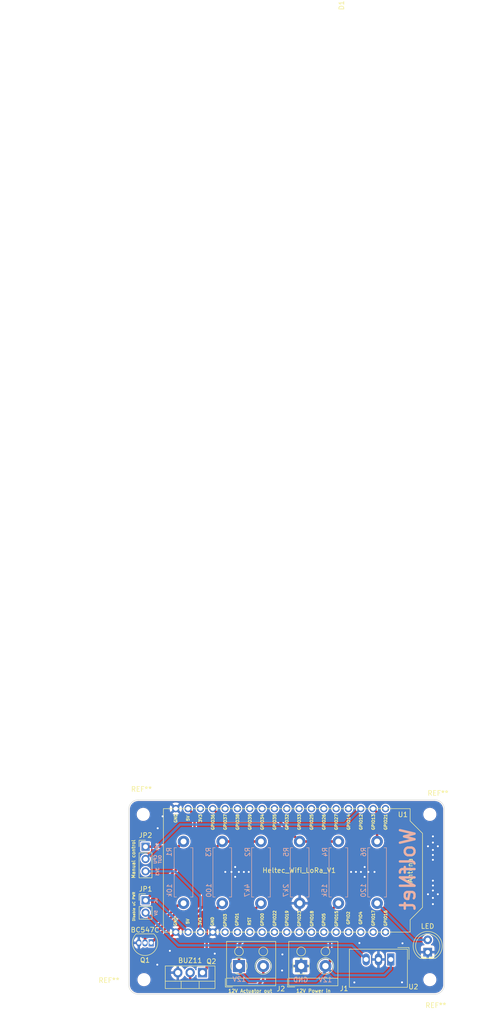
<source format=kicad_pcb>
(kicad_pcb (version 20211014) (generator pcbnew)
  (title_block (title "Actuator WolfNet") (date "2023-03-22") (rev "v2") (company "ComNets, Uni Bremen, Eenesh Chavan"))
  (layers (0 "F.Cu" signal) (31 "B.Cu" signal) (34 "B.Paste" user) (35 "F.Paste" user) (36 "B.SilkS" user "B.Silkscreen") (37 "F.SilkS" user "F.Silkscreen") (38 "B.Mask" user) (39 "F.Mask" user) (44 "Edge.Cuts" user))
  (net 0 "")
  (net 1 "GND")
  (net 2 "Net-(D1-Pad2)")
  (net 3 "+12V")
  (net 4 "Net-(J2-Pad2)")
  (net 5 "Net-(JP1-Pad1)")
  (net 6 "+5V")
  (net 7 "Net-(JP2-Pad1)")
  (net 8 "CPU_OUT")
  (net 9 "+3V3")
  (net 10 "Net-(Q1-Pad1)")
  (net 11 "Net-(Q1-Pad2)")
  (net 12 "Net-(Q2-Pad1)")
  (net 13 "CPU_A0")
  (net 14 "Net-(R6-Pad2)")
  (footprint "Connector_PinHeader_2.54mm:PinHeader_1x03_P2.54mm_Vertical" (layer "F.Cu") (at 78.47 59.64)
    (fp_text reference "JP2" (at 0 -2.33) (layer "F.SilkS"))
    (fp_text value "Manual control" (at -2.48 2.54 270) (layer "F.SilkS") (effects (font (size 0.7 0.7))))
    (fp_line (start -1.33 1.27) (end -1.33 6.41) (layer "F.SilkS") (width 0.12))
    (fp_line (start -1.33 0) (end -1.33 -1.33) (layer "F.SilkS") (width 0.12))
    (fp_line (start -1.33 6.41) (end 1.33 6.41) (layer "F.SilkS") (width 0.12))
    (fp_line (start 1.33 1.27) (end 1.33 6.41) (layer "F.SilkS") (width 0.12))
    (fp_line (start -1.33 1.27) (end 1.33 1.27) (layer "F.SilkS") (width 0.12))
    (fp_line (start -1.33 -1.33) (end 0 -1.33) (layer "F.SilkS") (width 0.12))
    (pad "1" thru_hole rect (at 0 0) (size 1.7 1.7) (drill 1) (layers *.Cu *.Mask) (net 7 "Net-(JP2-Pad1)"))
    (pad "2" thru_hole oval (at 0 2.54) (size 1.7 1.7) (drill 1) (layers *.Cu *.Mask) (net 8 "CPU_OUT"))
    (pad "3" thru_hole oval (at 0 5.08) (size 1.7 1.7) (drill 1) (layers *.Cu *.Mask) (net 9 "+3V3"))
  )
  (footprint "Connector_PinHeader_2.54mm:PinHeader_1x02_P2.54mm_Vertical" (layer "F.Cu") (at 78.48 70.68)
    (fp_text reference "JP1" (at 0 -2.33) (layer "F.SilkS"))
    (fp_text value "Disable uC PWR" (at -2.41 1.27 90) (layer "F.SilkS") (effects (font (size 0.5 0.5) (thickness 0.125))))
    (fp_line (start -1.33 3.87) (end 1.33 3.87) (layer "F.SilkS") (width 0.12))
    (fp_line (start -1.33 0) (end -1.33 -1.33) (layer "F.SilkS") (width 0.12))
    (fp_line (start -1.33 1.27) (end 1.33 1.27) (layer "F.SilkS") (width 0.12))
    (fp_line (start 1.33 1.27) (end 1.33 3.87) (layer "F.SilkS") (width 0.12))
    (fp_line (start -1.33 -1.33) (end 0 -1.33) (layer "F.SilkS") (width 0.12))
    (fp_line (start -1.33 1.27) (end -1.33 3.87) (layer "F.SilkS") (width 0.12))
    (pad "1" thru_hole rect (at 0 0) (size 1.7 1.7) (drill 1) (layers *.Cu *.Mask) (net 5 "Net-(JP1-Pad1)"))
    (pad "2" thru_hole oval (at 0 2.54) (size 1.7 1.7) (drill 1) (layers *.Cu *.Mask) (net 6 "+5V"))
  )
  (footprint "MountingHole:MountingHole_2.2mm_M2" (layer "F.Cu") (at 137 53)
    (fp_text reference "REF**" (at 1.68 -4.36) (layer "F.SilkS"))
    (fp_text value "MountingHole_2.2mm_M2")
    (pad "" np_thru_hole circle (at 0 0) (size 2.2 2.2) (drill 2.2) (layers *.Cu *.Mask))
  )
  (footprint "MountingHole:MountingHole_2.2mm_M2" (layer "F.Cu") (at 78 53)
    (fp_text reference "REF**" (at -0.36 -5.18) (layer "F.SilkS"))
    (fp_text value "MountingHole_2.2mm_M2")
    (pad "" np_thru_hole circle (at 0 0) (size 2.2 2.2) (drill 2.2) (layers *.Cu *.Mask))
  )
  (footprint "TerminalBlock_RND:TerminalBlock_RND_205-00001_1x02_P5.00mm_Horizontal" (layer "F.Cu") (at 110.509 84.2)
    (fp_text reference "J1" (at 8.831 4.63) (layer "F.SilkS"))
    (fp_text value "12V Power in" (at 2.531 5.11) (layer "F.SilkS") (effects (font (size 0.7 0.7))))
    (fp_line (start 3.82 0.976) (end 3.726 1.069) (layer "F.SilkS") (width 0.12))
    (fp_line (start -2.8 4.3) (end -1.3 4.3) (layer "F.SilkS") (width 0.12))
    (fp_line (start 6.275 -1.069) (end 6.181 -0.976) (layer "F.SilkS") (width 0.12))
    (fp_line (start -2.8 2.56) (end -2.8 4.3) (layer "F.SilkS") (width 0.12))
    (fp_line (start 3.99 1.216) (end 3.931 1.274) (layer "F.SilkS") (width 0.12))
    (fp_line (start -2.56 -5.06) (end 7.56 -5.06) (layer "F.SilkS") (width 0.12))
    (fp_line (start -2.56 2.5) (end 7.56 2.5) (layer "F.SilkS") (width 0.12))
    (fp_line (start -2.56 4.06) (end 7.56 4.06) (layer "F.SilkS") (width 0.12))
    (fp_line (start -2.56 -5.06) (end -2.56 4.06) (layer "F.SilkS") (width 0.12))
    (fp_line (start 7.56 -5.06) (end 7.56 4.06) (layer "F.SilkS") (width 0.12))
    (fp_line (start 6.07 -1.275) (end 6.011 -1.216) (layer "F.SilkS") (width 0.12))
    (fp_arc (start 0.029383 1.68045) (mid -0.392304 1.634281) (end -0.789 1.484) (layer "F.SilkS") (width 0.12))
    (fp_arc (start -1.483953 0.789089) (mid -1.680708 0.00005) (end -1.484 -0.789) (layer "F.SilkS") (width 0.12))
    (fp_arc (start -0.789089 -1.483953) (mid -0.00005 -1.680708) (end 0.789 -1.484) (layer "F.SilkS") (width 0.12))
    (fp_arc (start 0.788712 1.483352) (mid 0.406429 1.630097) (end 0 1.68) (layer "F.SilkS") (width 0.12))
    (fp_arc (start 1.483953 -0.789089) (mid 1.680708 -0.00005) (end 1.484 0.789) (layer "F.SilkS") (width 0.12))
    (fp_circle (center 5 -3) (end 5.9 -3) (layer "F.SilkS") (width 0.12) (fill none))
    (fp_circle (center 0 -3) (end 0.9 -3) (layer "F.SilkS") (width 0.12) (fill none))
    (fp_circle (center 5 0) (end 6.68 0) (layer "F.SilkS") (width 0.12) (fill none))
    (pad "1" thru_hole rect (at 0 0) (size 2.5 2.5) (drill 1.3) (layers *.Cu *.Mask) (net 1 "GND"))
    (pad "2" thru_hole circle (at 5 0) (size 2.5 2.5) (drill 1.3) (layers *.Cu *.Mask) (net 3 "+12V"))
  )
  (footprint "Converter_DCDC:Converter_DCDC_TRACO_TSR-1_THT" (layer "F.Cu") (at 128.962 82.8475 180)
    (fp_text reference "U2" (at -4.648 -5.6225) (layer "F.SilkS"))
    (fp_text value "TSR_1-2450")
    (fp_line (start 8.52 2.12) (end -3.42 2.12) (layer "F.SilkS") (width 0.12))
    (fp_line (start -3.75 2.45) (end -1.42 2.45) (layer "F.SilkS") (width 0.12))
    (fp_line (start -3.42 2.12) (end -3.42 -5.73) (layer "F.SilkS") (width 0.12))
    (fp_line (start -3.42 -5.73) (end 8.52 -5.73) (layer "F.SilkS") (width 0.12))
    (fp_line (start 8.52 -5.73) (end 8.52 2.12) (layer "F.SilkS") (width 0.12))
    (fp_line (start -3.75 0) (end -3.75 2.45) (layer "F.SilkS") (width 0.12))
    (pad "1" thru_hole rect (at 0 0 180) (size 1.5 2.5) (drill 1) (layers *.Cu *.Mask) (net 3 "+12V"))
    (pad "2" thru_hole oval (at 2.54 0 180) (size 1.5 2.5) (drill 1) (layers *.Cu *.Mask) (net 1 "GND"))
    (pad "3" thru_hole oval (at 5.08 0 180) (size 1.5 2.5) (drill 1) (layers *.Cu *.Mask) (net 6 "+5V"))
  )
  (footprint "LED_THT:LED_D5.0mm_IRGrey" (layer "F.Cu") (at 136.56 81.345 90)
    (fp_text reference "D1" (at 194.78 -17.74 90) (layer "F.SilkS"))
    (fp_text value "LED" (at 5.335 -0.03 180) (layer "F.SilkS"))
    (fp_line (start -1.29 -1.545) (end -1.29 1.545) (layer "F.SilkS") (width 0.12))
    (fp_arc (start -1.29 -1.54483) (mid 2.072002 -2.880433) (end 4.26 0.000462) (layer "F.SilkS") (width 0.12))
    (fp_arc (start 4.26 -0.000462) (mid 2.072002 2.880433) (end -1.29 1.54483) (layer "F.SilkS") (width 0.12))
    (fp_circle (center 1.27 0) (end 3.77 0) (layer "F.SilkS") (width 0.12) (fill none))
    (pad "1" thru_hole rect (at 0 0 90) (size 1.8 1.8) (drill 0.9) (layers *.Cu *.Mask) (net 1 "GND"))
    (pad "2" thru_hole circle (at 2.54 0 90) (size 1.8 1.8) (drill 0.9) (layers *.Cu *.Mask) (net 2 "Net-(D1-Pad2)"))
  )
  (footprint "MountingHole:MountingHole_2.2mm_M2" (layer "F.Cu") (at 137 87)
    (fp_text reference "REF**" (at 1.24 5.29) (layer "F.SilkS"))
    (fp_text value "MountingHole_2.2mm_M2")
    (pad "" np_thru_hole circle (at 0 0) (size 2.2 2.2) (drill 2.2) (layers *.Cu *.Mask))
  )
  (footprint "Package_TO_SOT_THT:TO-92_Inline" (layer "F.Cu") (at 79.63 79.43 180)
    (fp_text reference "Q1" (at 1.27 -3.56) (layer "F.SilkS"))
    (fp_text value "BC547C" (at 1.27 2.66 180) (layer "F.SilkS"))
    (fp_line (start -0.53 1.85) (end 3.07 1.85) (layer "F.SilkS") (width 0.12))
    (fp_arc (start -0.568478 1.838478) (mid -1.132087 -0.994977) (end 1.27 -2.6) (layer "F.SilkS") (width 0.12))
    (fp_arc (start 1.27 -2.6) (mid 3.672087 -0.994977) (end 3.108478 1.838478) (layer "F.SilkS") (width 0.12))
    (pad "1" thru_hole rect (at 0 0 180) (size 1.05 1.5) (drill 0.75) (layers *.Cu *.Mask) (net 10 "Net-(Q1-Pad1)"))
    (pad "2" thru_hole oval (at 1.27 0 180) (size 1.05 1.5) (drill 0.75) (layers *.Cu *.Mask) (net 11 "Net-(Q1-Pad2)"))
    (pad "3" thru_hole oval (at 2.54 0 180) (size 1.05 1.5) (drill 0.75) (layers *.Cu *.Mask) (net 1 "GND"))
  )
  (footprint "Heltec_Wifi_Lora_v1:Heltec_WiFi_LoRa_V1" (layer "F.Cu") (at 110.09 64.52 90)
    (fp_text reference "U1" (at 11.48 21.36 180) (layer "F.SilkS"))
    (fp_text value "Heltec_Wifi_LoRa_V1" (at 0 0 180) (layer "F.SilkS"))
    (fp_text user "5V" (at -10.49 -22.93 90) (layer "F.SilkS") (effects (font (size 0.6 0.6))))
    (fp_text user "GPIO33" (at 9.93 0.03 90) (layer "F.SilkS") (effects (font (size 0.6 0.6))))
    (fp_text user "GPIO39" (at 9.93 -10.13 90) (layer "F.SilkS") (effects (font (size 0.6 0.6))))
    (fp_text user "GPIO25" (at 9.93 2.57 90) (layer "F.SilkS") (effects (font (size 0.6 0.6))))
    (fp_text user "GPIO27" (at 9.93 7.65 90) (layer "F.SilkS") (effects (font (size 0.6 0.6))))
    (fp_text user "GPIO34" (at 9.93 -7.59 90) (layer "F.SilkS") (effects (font (size 0.6 0.6))))
    (fp_text user "GPIO17" (at -9.83 15.27 90) (layer "F.SilkS") (effects (font (size 0.6 0.6))))
    (fp_text user "GPIO1" (at -10.1 -12.8 90) (layer "F.SilkS") (effects (font (size 0.6 0.6))))
    (fp_text user "3V3" (at -10.49 -20.39 90) (layer "F.SilkS") (effects (font (size 0.6 0.6))))
    (fp_text user "GPIO13" (at 9.93 15.27 90) (layer "F.SilkS") (effects (font (size 0.6 0.6))))
    (fp_text user "3V3" (at 10.71 -20.33 90) (layer "F.SilkS") (effects (font (size 0.6 0.6))))
    (fp_text user "GND" (at -10.49 -25.47 90) (layer "F.SilkS") (effects (font (size 0.6 0.6))))
    (fp_text user "GPIO36" (at 9.93 -17.75 90) (layer "F.SilkS") (effects (font (size 0.6 0.6))))
    (fp_text user "GND" (at 10.71 -25.41 90) (layer "F.SilkS") (effects (font (size 0.6 0.6))))
    (fp_text user "GPIO15" (at -9.95 7.68 90) (layer "F.SilkS") (effects (font (size 0.6 0.6))))
    (fp_text user "GPIO3" (at -10.27 -15.24 90) (layer "F.SilkS") (effects (font (size 0.6 0.6))))
    (fp_text user "GPIO26" (at 9.93 5.11 90) (layer "F.SilkS") (effects (font (size 0.6 0.6))))
    (fp_text user "GPIO5" (at -10.17 5.07 90) (layer "F.SilkS") (effects (font (size 0.6 0.6))))
    (fp_text user "Antena" (at 0 22.86 90) (layer "F.SilkS"))
    (fp_text user "GPIO0" (at -10.13 -7.6 90) (layer "F.SilkS") (effects (font (size 0.6 0.6))))
    (fp_text user "GPIO12" (at 9.93 12.73 90) (layer "F.SilkS") (effects (font (size 0.6 0.6))))
    (fp_text user "GPIO14" (at 9.93 10.19 90) (layer "F.SilkS") (effects (font (size 0.6 0.6))))
    (fp_text user "GPIO37" (at 9.93 -15.21 90) (layer "F.SilkS") (effects (font (size 0.6 0.6))))
    (fp_text user "GND" (at -10.49 -17.85 90) (layer "F.SilkS") (effects (font (size 0.6 0.6))))
    (fp_text user "GPIO2" (at -9.8 10.12 90) (layer "F.SilkS") (effects (font (size 0.6 0.6))))
    (fp_text user "GPIO38" (at 9.93 -12.67 90) (layer "F.SilkS") (effects (font (size 0.6 0.6))))
    (fp_text user "GPIO16" (at -9.85 17.8 90) (layer "F.SilkS") (effects (font (size 0.6 0.6))))
    (fp_text user "GPIO19" (at -9.9 -2.52 90) (layer "F.SilkS") (effects (font (size 0.6 0.6))))
    (fp_text user "GPIO18" (at -9.93 2.63 90) (layer "F.SilkS") (effects (font (size 0.6 0.6))))
    (fp_text user "GPIO22" (at -9.88 -5.03 90) (layer "F.SilkS") (effects (font (size 0.6 0.6))))
    (fp_text user "5V" (at 10.71 -22.87 90) (layer "F.SilkS") (effects (font (size 0.6 0.6))))
    (fp_text user "GPIO32" (at 9.93 -2.51 90) (layer "F.SilkS") (effects (font (size 0.6 0.6))))
    (fp_text user "GPIO4" (at -9.8 12.66 90) (layer "F.SilkS") (effects (font (size 0.6 0.6))))
    (fp_text user "RST" (at -10.49 -10.23 90) (layer "F.SilkS") (effects (font (size 0.6 0.6))))
    (fp_text user "GPIO35" (at 9.93 -5.05 90) (layer "F.SilkS") (effects (font (size 0.6 0.6))))
    (fp_text user "GPIO23" (at -9.95 0.02 90) (layer "F.SilkS") (effects (font (size 0.6 0.6))))
    (fp_text user "GPIO21" (at 9.93 17.81 90) (layer "F.SilkS") (effects (font (size 0.6 0.6))))
    (fp_line (start -12.7 17.78) (end -12.7 22.86) (layer "F.SilkS") (width 0.12))
    (fp_line (start 12.7 22.86) (end 12.7 17.78) (layer "F.SilkS") (width 0.12))
    (fp_line (start 12.7 17.78) (end 12.7 -27.94) (layer "F.SilkS") (width 0.12))
    (fp_line (start -12.7 22.86) (end -10.16 22.86) (layer "F.SilkS") (width 0.12))
    (fp_line (start 10.16 22.86) (end 12.7 22.86) (layer "F.SilkS") (width 0.12))
    (fp_line (start -7.62 25.4) (end 7.62 25.4) (layer "F.SilkS") (width 0.12))
    (fp_line (start -12.7 -27.94) (end 12.7 -27.94) (layer "F.SilkS") (width 0.12))
    (fp_line (start -10.16 22.86) (end -7.62 25.4) (layer "F.SilkS") (width 0.12))
    (fp_line (start -12.7 -27.94) (end -12.7 17.78) (layer "F.SilkS") (width 0.12))
    (fp_line (start 7.62 25.4) (end 10.16 22.86) (layer "F.SilkS") (width 0.12))
    (pad "1" thru_hole circle (at -12.7 -25.4 90) (size 1.524 1.524) (drill 0.9) (layers *.Cu *.Mask) (net 1 "GND"))
    (pad "2" thru_hole circle (at -12.7 -22.86 90) (size 1.524 1.524) (drill 0.9) (layers *.Cu *.Mask) (net 5 "Net-(JP1-Pad1)"))
    (pad "3" thru_hole circle (at -12.7 -20.32 90) (size 1.524 1.524) (drill 0.9) (layers *.Cu *.Mask) (net 9 "+3V3"))
    (pad "4" thru_hole circle (at -12.7 -17.78 90) (size 1.524 1.524) (drill 0.9) (layers *.Cu *.Mask) (net 1 "GND"))
    (pad "5" thru_hole circle (at -12.7 -15.24 90) (size 1.524 1.524) (drill 0.9) (layers *.Cu *.Mask))
    (pad "6" thru_hole circle (at -12.7 -12.7 90) (size 1.524 1.524) (drill 0.9) (layers *.Cu *.Mask))
    (pad "7" thru_hole circle (at -12.7 -10.16 90) (size 1.524 1.524) (drill 0.9) (layers *.Cu *.Mask))
    (pad "8" thru_hole circle (at -12.7 -7.62 90) (size 1.524 1.524) (drill 0.9) (layers *.Cu *.Mask))
    (pad "9" thru_hole circle (at -12.7 -5.08 90) (size 1.524 1.524) (drill 0.9) (layers *.Cu *.Mask))
    (pad "10" thru_hole circle (at -12.7 -2.54 90) (size 1.524 1.524) (drill 0.9) (layers *.Cu *.Mask))
    (pad "11" thru_hole circle (at -12.7 0 90) (size 1.524 1.524) (drill 0.9) (layers *.Cu *.Mask))
    (pad "12" thru_hole circle (at -12.7 2.54 90) (size 1.524 1.524) (drill 0.9) (layers *.Cu *.Mask))
    (pad "13" thru_hole circle (at -12.7 5.08 90) (size 1.524 1.524) (drill 0.9) (layers *.Cu *.Mask))
    (pad "14" thru_hole circle (at -12.7 7.62 90) (size 1.524 1.524) (drill 0.9) (layers *.Cu *.Mask))
    (pad "15" thru_hole circle (at -12.7 10.16 90) (size 1.524 1.524) (drill 0.9) (layers *.Cu *.Mask))
    (pad "16" thru_hole circle (at -12.7 12.7 90) (size 1.524 1.524) (drill 0.9) (layers *.Cu *.Mask))
    (pad "17" thru_hole circle (at -12.7 15.24 90) (size 1.524 1.524) (drill 0.9) (layers *.Cu *.Mask))
    (pad "18" thru_hole circle (at -12.7 17.78 90) (size 1.524 1.524) (drill 0.9) (layers *.Cu *.Mask))
    (pad "19" thru_hole circle (at 12.7 17.78 90) (size 1.524 1.524) (drill 0.9) (layers *.Cu *.Mask))
    (pad "20" thru_hole circle (at 12.7 15.24 90) (size 1.524 1.524) (drill 0.9) (layers *.Cu *.Mask) (net 14 "Net-(R6-Pad2)"))
    (pad "21" thru_hole circle (at 12.7 12.7 90) (size 1.524 1.524) (drill 0.9) (layers *.Cu *.Mask) (net 8 "CPU_OUT"))
    (pad "22" thru_hole circle (at 12.7 10.16 90) (size 1.524 1.524) (drill 0.9) (layers *.Cu *.Mask))
    (pad "23" thru_hole circle (at 12.7 7.62 90) (size 1.524 1.524) (drill 0.9) (layers *.Cu *.Mask))
    (pad "24" thru_hole circle (at 12.7 5.08 90) (size 1.524 1.524) (drill 0.9) (layers *.Cu *.Mask))
    (pad "25" thru_hole circle (at 12.7 2.54 90) (size 1.524 1.524) (drill 0.9) (layers *.Cu *.Mask))
    (pad "26" thru_hole circle (at 12.7 0 90) (size 1.524 1.524) (drill 0.9) (layers *.Cu *.Mask))
    (pad "27" thru_hole circle (at 12.7 -2.54 90) (size 1.524 1.524) (drill 0.9) (layers *.Cu *.Mask))
    (pad "28" thru_hole circle (at 12.7 -5.08 90) (size 1.524 1.524) (drill 0.9) (layers *.Cu *.Mask))
    (pad "29" thru_hole circle (at 12.7 -7.62 90) (size 1.524 1.524) (drill 0.9) (layers *.Cu *.Mask))
    (pad "30" thru_hole circle (at 12.7 -10.16 90) (size 1.524 1.524) (drill 0.9) (layers *.Cu *.Mask))
    (pad "31" thru_hole circle (at 12.7 -12.7 90) (size 1.524 1.524) (drill 0.9) (layers *.Cu *.Mask))
    (pad "32" thru_hole circle (at 12.7 -15.24 90) (size 1.524 1.524) (drill 0.9) (layers *.Cu *.Mask))
    (pad "33" thru_hole circle (at 12.7 -17.78 90) (size 1.524 1.524) (drill 0.9) (layers *.Cu *.Mask) (net 13 "CPU_A0"))
    (pad "34" thru_hole circle (at 12.7 -20.32 90) (size 1.524 1.524) (drill 0.9) (layers *.Cu *.Mask))
    (pad "35" thru_hole circle (at 12.7 -22.86 90) (size 1.524 1.524) (drill 0.9) (layers *.Cu *.Mask) (net 5 "Net-(JP1-Pad1)"))
    (pad "36" thru_hole circle (at 12.7 -25.4 90) (size 1.524 1.524) (drill 0.9) (layers *.Cu *.Mask) (net 1 "GND"))
  )
  (footprint "MountingHole:MountingHole_2.2mm_M2" (layer "F.Cu") (at 78.15 87)
    (fp_text reference "REF**" (at -7.2 0.14) (layer "F.SilkS"))
    (fp_text value "MountingHole_2.2mm_M2")
    (pad "" np_thru_hole circle (at 0 0) (size 2.2 2.2) (drill 2.2) (layers *.Cu *.Mask))
  )
  (footprint "Package_TO_SOT_THT:TO-220-3_Vertical" (layer "F.Cu") (at 90.193 85.555 180)
    (fp_text reference "Q2" (at -1.827 2.305) (layer "F.SilkS"))
    (fp_text value "BUZ11" (at 2.54 2.5) (layer "F.SilkS"))
    (fp_line (start 4.391 -3.27) (end 4.391 -1.76) (layer "F.SilkS") (width 0.12))
    (fp_line (start 7.66 -3.27) (end 7.66 1.371) (layer "F.SilkS") (width 0.12))
    (fp_line (start -2.58 1.371) (end 7.66 1.371) (layer "F.SilkS") (width 0.12))
    (fp_line (start -2.58 -3.27) (end 7.66 -3.27) (layer "F.SilkS") (width 0.12))
    (fp_line (start -2.58 -1.76) (end 7.66 -1.76) (layer "F.SilkS") (width 0.12))
    (fp_line (start 0.69 -3.27) (end 0.69 -1.76) (layer "F.SilkS") (width 0.12))
    (fp_line (start -2.58 -3.27) (end -2.58 1.371) (layer "F.SilkS") (width 0.12))
    (pad "1" thru_hole rect (at 0 0 180) (size 1.905 2) (drill 1.1) (layers *.Cu *.Mask) (net 12 "Net-(Q2-Pad1)"))
    (pad "2" thru_hole oval (at 2.54 0 180) (size 1.905 2) (drill 1.1) (layers *.Cu *.Mask) (net 4 "Net-(J2-Pad2)"))
    (pad "3" thru_hole oval (at 5.08 0 180) (size 1.905 2) (drill 1.1) (layers *.Cu *.Mask) (net 1 "GND"))
  )
  (footprint "TerminalBlock_RND:TerminalBlock_RND_205-00001_1x02_P5.00mm_Horizontal" (layer "F.Cu") (at 97.706 84.2)
    (fp_text reference "J2" (at 8.624 4.68) (layer "F.SilkS"))
    (fp_text value "12V Actuator out" (at 2.304 5.12) (layer "F.SilkS") (effects (font (size 0.7 0.7))))
    (fp_line (start 6.275 -1.069) (end 6.181 -0.976) (layer "F.SilkS") (width 0.12))
    (fp_line (start -2.8 2.56) (end -2.8 4.3) (layer "F.SilkS") (width 0.12))
    (fp_line (start -2.56 2.5) (end 7.56 2.5) (layer "F.SilkS") (width 0.12))
    (fp_line (start 6.07 -1.275) (end 6.011 -1.216) (layer "F.SilkS") (width 0.12))
    (fp_line (start 3.99 1.216) (end 3.931 1.274) (layer "F.SilkS") (width 0.12))
    (fp_line (start -2.56 4.06) (end 7.56 4.06) (layer "F.SilkS") (width 0.12))
    (fp_line (start -2.8 4.3) (end -1.3 4.3) (layer "F.SilkS") (width 0.12))
    (fp_line (start -2.56 -5.06) (end -2.56 4.06) (layer "F.SilkS") (width 0.12))
    (fp_line (start 7.56 -5.06) (end 7.56 4.06) (layer "F.SilkS") (width 0.12))
    (fp_line (start -2.56 -5.06) (end 7.56 -5.06) (layer "F.SilkS") (width 0.12))
    (fp_line (start 3.82 0.976) (end 3.726 1.069) (layer "F.SilkS") (width 0.12))
    (fp_arc (start 1.483953 -0.789089) (mid 1.680708 -0.00005) (end 1.484 0.789) (layer "F.SilkS") (width 0.12))
    (fp_arc (start -0.789089 -1.483953) (mid -0.00005 -1.680708) (end 0.789 -1.484) (layer "F.SilkS") (width 0.12))
    (fp_arc (start 0.029383 1.68045) (mid -0.392304 1.634281) (end -0.789 1.484) (layer "F.SilkS") (width 0.12))
    (fp_arc (start -1.483953 0.789089) (mid -1.680708 0.00005) (end -1.484 -0.789) (layer "F.SilkS") (width 0.12))
    (fp_arc (start 0.788712 1.483352) (mid 0.406429 1.630097) (end 0 1.68) (layer "F.SilkS") (width 0.12))
    (fp_circle (center 5 -3) (end 5.9 -3) (layer "F.SilkS") (width 0.12) (fill none))
    (fp_circle (center 0 -3) (end 0.9 -3) (layer "F.SilkS") (width 0.12) (fill none))
    (fp_circle (center 5 0) (end 6.68 0) (layer "F.SilkS") (width 0.12) (fill none))
    (pad "1" thru_hole rect (at 0 0) (size 2.5 2.5) (drill 1.3) (layers *.Cu *.Mask) (net 3 "+12V"))
    (pad "2" thru_hole circle (at 5 0) (size 2.5 2.5) (drill 1.3) (layers *.Cu *.Mask) (net 4 "Net-(J2-Pad2)"))
  )
  (footprint "Resistor_THT:R_Axial_DIN0411_L9.9mm_D3.6mm_P12.70mm_Horizontal" (layer "B.Cu") (at 126.137915 71.28 90)
    (fp_text reference "R6" (at 10.54 -2.777915 90) (layer "B.SilkS") (effects (justify mirror)))
    (fp_text value "120" (at 2.64 -2.817915 90) (layer "B.SilkS") (effects (justify mirror)))
    (fp_line (start 11.42 -1.92) (end 11.42 -1.44) (layer "B.SilkS") (width 0.12))
    (fp_line (start 1.28 1.92) (end 11.42 1.92) (layer "B.SilkS") (width 0.12))
    (fp_line (start 1.28 1.44) (end 1.28 1.92) (layer "B.SilkS") (width 0.12))
    (fp_line (start 11.42 1.92) (end 11.42 1.44) (layer "B.SilkS") (width 0.12))
    (fp_line (start 1.28 -1.92) (end 11.42 -1.92) (layer "B.SilkS") (width 0.12))
    (fp_line (start 1.28 -1.44) (end 1.28 -1.92) (layer "B.SilkS") (width 0.12))
    (pad "1" thru_hole circle (at 0 0 90) (size 2.4 2.4) (drill 1.2) (layers *.Cu *.Mask) (net 2 "Net-(D1-Pad2)"))
    (pad "2" thru_hole oval (at 12.7 0 90) (size 2.4 2.4) (drill 1.2) (layers *.Cu *.Mask) (net 14 "Net-(R6-Pad2)"))
  )
  (footprint "Resistor_THT:R_Axial_DIN0411_L9.9mm_D3.6mm_P12.70mm_Horizontal" (layer "B.Cu") (at 118.168332 71.28 90)
    (fp_text reference "R4" (at 10.54 -2.748332 90) (layer "B.SilkS") (effects (justify mirror)))
    (fp_text value "15k" (at 2.640001 -2.858332 90) (layer "B.SilkS") (effects (justify mirror)))
    (fp_line (start 1.28 -1.44) (end 1.28 -1.92) (layer "B.SilkS") (width 0.12))
    (fp_line (start 11.42 -1.92) (end 11.42 -1.44) (layer "B.SilkS") (width 0.12))
    (fp_line (start 11.42 1.92) (end 11.42 1.44) (layer "B.SilkS") (width 0.12))
    (fp_line (start 1.28 1.92) (end 11.42 1.92) (layer "B.SilkS") (width 0.12))
    (fp_line (start 1.28 -1.92) (end 11.42 -1.92) (layer "B.SilkS") (width 0.12))
    (fp_line (start 1.28 1.44) (end 1.28 1.92) (layer "B.SilkS") (width 0.12))
    (pad "1" thru_hole circle (at 0 0 90) (size 2.4 2.4) (drill 1.2) (layers *.Cu *.Mask) (net 3 "+12V"))
    (pad "2" thru_hole oval (at 12.7 0 90) (size 2.4 2.4) (drill 1.2) (layers *.Cu *.Mask) (net 13 "CPU_A0"))
  )
  (footprint "Resistor_THT:R_Axial_DIN0411_L9.9mm_D3.6mm_P12.70mm_Horizontal" (layer "B.Cu") (at 94.259583 58.58 -90)
    (fp_text reference "R3" (at 2.16 2.819583 90) (layer "B.SilkS") (effects (justify mirror)))
    (fp_text value "100" (at 10.06 2.749583 90) (layer "B.SilkS") (effects (justify mirror)))
    (fp_line (start 1.28 -1.92) (end 11.42 -1.92) (layer "B.SilkS") (width 0.12))
    (fp_line (start 11.42 -1.92) (end 11.42 -1.44) (layer "B.SilkS") (width 0.12))
    (fp_line (start 1.28 1.44) (end 1.28 1.92) (layer "B.SilkS") (width 0.12))
    (fp_line (start 11.42 1.92) (end 11.42 1.44) (layer "B.SilkS") (width 0.12))
    (fp_line (start 1.28 1.92) (end 11.42 1.92) (layer "B.SilkS") (width 0.12))
    (fp_line (start 1.28 -1.44) (end 1.28 -1.92) (layer "B.SilkS") (width 0.12))
    (pad "1" thru_hole circle (at 0 0 270) (size 2.4 2.4) (drill 1.2) (layers *.Cu *.Mask) (net 10 "Net-(Q1-Pad1)"))
    (pad "2" thru_hole oval (at 12.7 0 270) (size 2.4 2.4) (drill 1.2) (layers *.Cu *.Mask) (net 12 "Net-(Q2-Pad1)"))
  )
  (footprint "Resistor_THT:R_Axial_DIN0411_L9.9mm_D3.6mm_P12.70mm_Horizontal" (layer "B.Cu") (at 110.198749 58.58 -90)
    (fp_text reference "R5" (at 2.16 2.768749 90) (layer "B.SilkS") (effects (justify mirror)))
    (fp_text value "2k7" (at 10.059999 2.828749 90) (layer "B.SilkS") (effects (justify mirror)))
    (fp_line (start 1.28 1.44) (end 1.28 1.92) (layer "B.SilkS") (width 0.12))
    (fp_line (start 11.42 1.92) (end 11.42 1.44) (layer "B.SilkS") (width 0.12))
    (fp_line (start 1.28 1.92) (end 11.42 1.92) (layer "B.SilkS") (width 0.12))
    (fp_line (start 1.28 -1.92) (end 11.42 -1.92) (layer "B.SilkS") (width 0.12))
    (fp_line (start 11.42 -1.92) (end 11.42 -1.44) (layer "B.SilkS") (width 0.12))
    (fp_line (start 1.28 -1.44) (end 1.28 -1.92) (layer "B.SilkS") (width 0.12))
    (pad "1" thru_hole circle (at 0 0 270) (size 2.4 2.4) (drill 1.2) (layers *.Cu *.Mask) (net 13 "CPU_A0"))
    (pad "2" thru_hole oval (at 12.7 0 270) (size 2.4 2.4) (drill 1.2) (layers *.Cu *.Mask) (net 1 "GND"))
  )
  (footprint "Resistor_THT:R_Axial_DIN0411_L9.9mm_D3.6mm_P12.70mm_Horizontal" (layer "B.Cu") (at 102.229166 71.28 90)
    (fp_text reference "R2" (at 10.54 -2.749166 90) (layer "B.SilkS") (effects (justify mirror)))
    (fp_text value "4k7" (at 2.640001 -2.829166 90) (layer "B.SilkS") (effects (justify mirror)))
    (fp_line (start 11.42 -1.92) (end 11.42 -1.44) (layer "B.SilkS") (width 0.12))
    (fp_line (start 1.28 1.92) (end 11.42 1.92) (layer "B.SilkS") (width 0.12))
    (fp_line (start 1.28 -1.92) (end 11.42 -1.92) (layer "B.SilkS") (width 0.12))
    (fp_line (start 1.28 1.44) (end 1.28 1.92) (layer "B.SilkS") (width 0.12))
    (fp_line (start 1.28 -1.44) (end 1.28 -1.92) (layer "B.SilkS") (width 0.12))
    (fp_line (start 11.42 1.92) (end 11.42 1.44) (layer "B.SilkS") (width 0.12))
    (pad "1" thru_hole circle (at 0 0 90) (size 2.4 2.4) (drill 1.2) (layers *.Cu *.Mask) (net 3 "+12V"))
    (pad "2" thru_hole oval (at 12.7 0 90) (size 2.4 2.4) (drill 1.2) (layers *.Cu *.Mask) (net 10 "Net-(Q1-Pad1)"))
  )
  (footprint "Resistor_THT:R_Axial_DIN0411_L9.9mm_D3.6mm_P12.70mm_Horizontal" (layer "B.Cu") (at 86.29 58.58 -90)
    (fp_text reference "R1" (at 2.16 2.95 90) (layer "B.SilkS") (effects (justify mirror)))
    (fp_text value "10k" (at 10.059999 2.89 90) (layer "B.SilkS") (effects (justify mirror)))
    (fp_line (start 1.28 -1.44) (end 1.28 -1.92) (layer "B.SilkS") (width 0.12))
    (fp_line (start 11.42 1.92) (end 11.42 1.44) (layer "B.SilkS") (width 0.12))
    (fp_line (start 1.28 -1.92) (end 11.42 -1.92) (layer "B.SilkS") (width 0.12))
    (fp_line (start 1.28 1.44) (end 1.28 1.92) (layer "B.SilkS") (width 0.12))
    (fp_line (start 1.28 1.92) (end 11.42 1.92) (layer "B.SilkS") (width 0.12))
    (fp_line (start 11.42 -1.92) (end 11.42 -1.44) (layer "B.SilkS") (width 0.12))
    (pad "1" thru_hole circle (at 0 0 270) (size 2.4 2.4) (drill 1.2) (layers *.Cu *.Mask) (net 7 "Net-(JP2-Pad1)"))
    (pad "2" thru_hole oval (at 12.7 0 270) (size 2.4 2.4) (drill 1.2) (layers *.Cu *.Mask) (net 11 "Net-(Q1-Pad2)"))
  )
  (gr_arc (start 137.995786 50) (mid 139.41 50.585786) (end 139.995786 52) (layer "Edge.Cuts") (width 0.1))
  (gr_arc (start 77 90) (mid 75.585786 89.414214) (end 75 88) (layer "Edge.Cuts") (width 0.1))
  (gr_line (start 77 50) (end 137.995786 50) (layer "Edge.Cuts") (width 0.1))
  (gr_line (start 139.995786 52) (end 139.999999 88) (layer "Edge.Cuts") (width 0.1))
  (gr_line (start 137.999999 90) (end 77 90) (layer "Edge.Cuts") (width 0.1))
  (gr_arc (start 139.999999 88) (mid 139.414213 89.414214) (end 137.999999 90) (layer "Edge.Cuts") (width 0.1))
  (gr_line (start 75 88) (end 75 52) (layer "Edge.Cuts") (width 0.1))
  (gr_arc (start 75 52) (mid 75.585786 50.585786) (end 77 50) (layer "Edge.Cuts") (width 0.1))
  (gr_text "WolfNet" (at 132.48 64.25 90) (layer "B.SilkS") (effects (font (size 3 3) (thickness 0.5)) (justify mirror)))
  (gr_text "3V3" (at 80.94 64.79 90) (layer "B.SilkS") (effects (font (size 0.6 0.6)) (justify mirror)))
  (gr_text "12V" (at 97.77 86.91) (layer "B.SilkS") (effects (font (size 1 1)) (justify mirror)))
  (gr_text "12V" (at 115.48 87.02) (layer "B.SilkS") (effects (font (size 1 1)) (justify mirror)))
  (gr_text "10k" (at 80.86 59.66 90) (layer "B.SilkS") (effects (font (size 0.6 0.6)) (justify mirror)))
  (gr_text "5V" (at 80.61 73.27 90) (layer "B.SilkS") (effects (font (size 0.6 0.6)) (justify mirror)))
  (gr_text "uC" (at 80.6 70.72 90) (layer "B.SilkS") (effects (font (size 0.6 0.6)) (justify mirror)))
  (gr_text "GND" (at 110.4 87.03) (layer "B.SilkS") (effects (font (size 1 1)) (justify mirror)))
  (gr_text "CPU\nOUT" (at 80.97 62.24 90) (layer "B.SilkS") (effects (font (size 0.6 0.6)) (justify mirror)))
  (via (at 96.922 63.824) (size 0.8) (drill 0.4) (layers "F.Cu" "B.Cu") (net 1))
  (via (at 106.65 81.81) (size 0.8) (drill 0.4) (layers "F.Cu" "B.Cu") (net 1))
  (via (at 137.63 58.796) (size 0.8) (drill 0.4) (layers "F.Cu" "B.Cu") (net 1))
  (via (at 137.624 61.35) (size 0.8) (drill 0.4) (layers "F.Cu" "B.Cu") (net 1))
  (via (at 138.646 69.428) (size 0.8) (drill 0.4) (layers "F.Cu" "B.Cu") (net 1))
  (via (at 137.63 66.634) (size 0.8) (drill 0.4) (layers "F.Cu" "B.Cu") (net 1))
  (via (at 106.58 85.12) (size 0.8) (drill 0.4) (layers "F.Cu" "B.Cu") (net 1))
  (via (at 124.34 64.84) (size 0.8) (drill 0.4) (layers "F.Cu" "B.Cu") (net 1))
  (via (at 137.63 70.19) (size 0.8) (drill 0.4) (layers "F.Cu" "B.Cu") (net 1))
  (via (at 136.614 69.428) (size 0.8) (drill 0.4) (layers "F.Cu" "B.Cu") (net 1))
  (via (at 137.63 57.526) (size 0.8) (drill 0.4) (layers "F.Cu" "B.Cu") (net 1))
  (via (at 80.97 55.85) (size 0.8) (drill 0.4) (layers "F.Cu" "B.Cu") (net 1))
  (via (at 137.63 71.46) (size 0.8) (drill 0.4) (layers "F.Cu" "B.Cu") (net 1))
  (via (at 122.816 64.84) (size 0.8) (drill 0.4) (layers "F.Cu" "B.Cu") (net 1))
  (via (at 121.786 64.834) (size 0.8) (drill 0.4) (layers "F.Cu" "B.Cu") (net 1))
  (via (at 131.27 87.55) (size 0.8) (drill 0.4) (layers "F.Cu" "B.Cu") (net 1))
  (via (at 122.5 79.47) (size 0.8) (drill 0.4) (layers "F.Cu" "B.Cu") (net 1))
  (via (at 138.646 59.558) (size 0.8) (drill 0.4) (layers "F.Cu" "B.Cu") (net 1))
  (via (at 97.684 64.84) (size 0.8) (drill 0.4) (layers "F.Cu" "B.Cu") (net 1))
  (via (at 81.98 53.4) (size 0.8) (drill 0.4) (layers "F.Cu" "B.Cu") (net 1))
  (via (at 99.716 64.84) (size 0.8) (drill 0.4) (layers "F.Cu" "B.Cu") (net 1))
  (via (at 123.578 65.856) (size 0.8) (drill 0.4) (layers "F.Cu" "B.Cu") (net 1))
  (via (at 94.89 64.84) (size 0.8) (drill 0.4) (layers "F.Cu" "B.Cu") (net 1))
  (via (at 83.48 81.07) (size 0.8) (drill 0.4) (layers "F.Cu" "B.Cu") (net 1))
  (via (at 136.614 59.558) (size 0.8) (drill 0.4) (layers "F.Cu" "B.Cu") (net 1))
  (via (at 131.37 79.52) (size 0.8) (drill 0.4) (layers "F.Cu" "B.Cu") (net 1))
  (via (at 121.46 87.57) (size 0.8) (drill 0.4) (layers "F.Cu" "B.Cu") (net 1))
  (via (at 125.61 64.84) (size 0.8) (drill 0.4) (layers "F.Cu" "B.Cu") (net 1))
  (via (at 96.922 65.856) (size 0.8) (drill 0.4) (layers "F.Cu" "B.Cu") (net 1))
  (via (at 120.784 64.84) (size 0.8) (drill 0.4) (layers "F.Cu" "B.Cu") (net 1))
  (via (at 137.63 62.352) (size 0.8) (drill 0.4) (layers "F.Cu" "B.Cu") (net 1))
  (via (at 137.63 60.32) (size 0.8) (drill 0.4) (layers "F.Cu" "B.Cu") (net 1))
  (via (at 137.63 68.666) (size 0.8) (drill 0.4) (layers "F.Cu" "B.Cu") (net 1))
  (via (at 92.72 81.65) (size 0.8) (drill 0.4) (layers "F.Cu" "B.Cu") (net 1))
  (via (at 98.714 64.846) (size 0.8) (drill 0.4) (layers "F.Cu" "B.Cu") (net 1))
  (via (at 96.16 64.84) (size 0.8) (drill 0.4) (layers "F.Cu" "B.Cu") (net 1))
  (via (at 137.636 67.636) (size 0.8) (drill 0.4) (layers "F.Cu" "B.Cu") (net 1))
  (via (at 80.89 83.92) (size 0.8) (drill 0.4) (layers "F.Cu" "B.Cu") (net 1))
  (via (at 123.578 63.824) (size 0.8) (drill 0.4) (layers "F.Cu" "B.Cu") (net 1))
  (segment (start 136.56 78.805) (end 133.662915 78.805) (width 0.508) (layer "B.Cu") (net 2))
  (segment (start 133.662915 78.805) (end 126.137915 71.28) (width 0.508) (layer "B.Cu") (net 2))
  (segment (start 97.706 79.754) (end 97.706 84.2) (width 0.508) (layer "F.Cu") (net 3))
  (segment (start 97.706 79.754) (end 98.66 78.8) (width 0.508) (layer "F.Cu") (net 3))
  (segment (start 98.66 78.8) (end 98.66 74.849166) (width 0.508) (layer "F.Cu") (net 3))
  (segment (start 98.66 74.849166) (end 102.229166 71.28) (width 0.508) (layer "F.Cu") (net 3))
  (segment (start 116.44 73.008332) (end 118.168332 71.28) (width 0.508) (layer "F.Cu") (net 3))
  (segment (start 116.44 83.269) (end 116.44 73.008332) (width 0.508) (layer "F.Cu") (net 3))
  (segment (start 115.509 84.2) (end 116.44 83.269) (width 0.508) (layer "F.Cu") (net 3))
  (segment (start 97.706 84.2) (end 97.706 85.226) (width 0.508) (layer "B.Cu") (net 3))
  (segment (start 115.51 85.34) (end 115.51 84.201) (width 0.508) (layer "B.Cu") (net 3))
  (segment (start 97.706 85.226) (end 99.78 87.3) (width 0.508) (layer "B.Cu") (net 3))
  (segment (start 128.962 84.788) (end 127.65 86.1) (width 0.508) (layer "B.Cu") (net 3))
  (segment (start 128.962 82.8475) (end 128.962 84.788) (width 0.508) (layer "B.Cu") (net 3))
  (segment (start 99.78 87.3) (end 113.55 87.3) (width 0.508) (layer "B.Cu") (net 3))
  (segment (start 115.51 84.201) (end 115.509 84.2) (width 0.508) (layer "B.Cu") (net 3))
  (segment (start 127.65 86.1) (end 117.409 86.1) (width 0.508) (layer "B.Cu") (net 3))
  (segment (start 117.409 86.1) (end 115.509 84.2) (width 0.508) (layer "B.Cu") (net 3))
  (segment (start 113.55 87.3) (end 115.51 85.34) (width 0.508) (layer "B.Cu") (net 3))
  (segment (start 101.5 88.22) (end 102.706 87.014) (width 0.508) (layer "F.Cu") (net 4))
  (segment (start 102.706 87.014) (end 102.706 84.2) (width 0.508) (layer "F.Cu") (net 4))
  (segment (start 87.653 86.968) (end 88.905 88.22) (width 0.508) (layer "F.Cu") (net 4))
  (segment (start 88.905 88.22) (end 101.5 88.22) (width 0.508) (layer "F.Cu") (net 4))
  (segment (start 87.653 85.555) (end 87.653 86.968) (width 0.508) (layer "F.Cu") (net 4))
  (segment (start 88.55 53.14) (end 88.55 60.61) (width 0.508) (layer "F.Cu") (net 5))
  (segment (start 88.55 60.61) (end 78.48 70.68) (width 0.508) (layer "F.Cu") (net 5))
  (segment (start 87.23 51.82) (end 88.55 53.14) (width 0.508) (layer "F.Cu") (net 5))
  (segment (start 87.23 77.22) (end 80.69 70.68) (width 0.508) (layer "B.Cu") (net 5))
  (segment (start 80.69 70.68) (end 78.48 70.68) (width 0.508) (layer "B.Cu") (net 5))
  (segment (start 123.882 82.8475) (end 120.9845 79.95) (width 0.508) (layer "B.Cu") (net 6))
  (segment (start 78.5 73.22) (end 78.48 73.22) (width 0.508) (layer "B.Cu") (net 6))
  (segment (start 85.23 79.95) (end 78.5 73.22) (width 0.508) (layer "B.Cu") (net 6))
  (segment (start 120.9845 79.95) (end 85.23 79.95) (width 0.508) (layer "B.Cu") (net 6))
  (segment (start 85.23 59.64) (end 86.29 58.58) (width 0.508) (layer "F.Cu") (net 7))
  (segment (start 78.47 59.64) (end 85.23 59.64) (width 0.508) (layer "F.Cu") (net 7))
  (segment (start 78.47 62.18) (end 85.56 55.09) (width 0.508) (layer "B.Cu") (net 8))
  (segment (start 85.56 55.09) (end 119.52 55.09) (width 0.508) (layer "B.Cu") (net 8))
  (segment (start 119.52 55.09) (end 122.79 51.82) (width 0.508) (layer "B.Cu") (net 8))
  (segment (start 89.77 77.22) (end 89.77 69.98) (width 0.508) (layer "B.Cu") (net 9))
  (segment (start 84.51 64.72) (end 78.47 64.72) (width 0.508) (layer "B.Cu") (net 9))
  (segment (start 89.77 69.98) (end 84.51 64.72) (width 0.508) (layer "B.Cu") (net 9))
  (segment (start 79.63 79.43) (end 85.34 73.72) (width 0.508) (layer "F.Cu") (net 10))
  (segment (start 94.259583 58.58) (end 102.229166 58.58) (width 0.508) (layer "F.Cu") (net 10))
  (segment (start 90.36 62.479583) (end 94.259583 58.58) (width 0.508) (layer "F.Cu") (net 10))
  (segment (start 90.36 71.91) (end 90.36 62.479583) (width 0.508) (layer "F.Cu") (net 10))
  (segment (start 85.34 73.72) (end 88.55 73.72) (width 0.508) (layer "F.Cu") (net 10))
  (segment (start 88.55 73.72) (end 90.36 71.91) (width 0.508) (layer "F.Cu") (net 10))
  (segment (start 85.851 71.28) (end 86.29 71.28) (width 0.254) (layer "F.Cu") (net 11))
  (segment (start 78.36 79.43) (end 78.36 78.517) (width 0.508) (layer "F.Cu") (net 11))
  (segment (start 85.597 71.28) (end 86.29 71.28) (width 0.508) (layer "F.Cu") (net 11))
  (segment (start 78.36 78.517) (end 85.597 71.28) (width 0.508) (layer "F.Cu") (net 11))
  (segment (start 91.05 84.698) (end 90.193 85.555) (width 0.508) (layer "F.Cu") (net 12))
  (segment (start 91.05 74.489583) (end 91.05 84.698) (width 0.508) (layer "F.Cu") (net 12))
  (segment (start 94.259583 71.28) (end 91.05 74.489583) (width 0.508) (layer "F.Cu") (net 12))
  (segment (start 118.168332 58.58) (end 110.198749 58.58) (width 0.508) (layer "F.Cu") (net 13))
  (segment (start 110.198749 58.58) (end 105.738749 54.12) (width 0.508) (layer "F.Cu") (net 13))
  (segment (start 94.61 54.12) (end 92.31 51.82) (width 0.508) (layer "F.Cu") (net 13))
  (segment (start 105.738749 54.12) (end 94.61 54.12) (width 0.508) (layer "F.Cu") (net 13))
  (segment (start 126.137915 58.58) (end 126.137915 52.627915) (width 0.508) (layer "F.Cu") (net 14))
  (segment (start 126.137915 52.627915) (end 125.33 51.82) (width 0.508) (layer "F.Cu") (net 14))
  (zone (net 1) (net_name "GND") (layers F&B.Cu) (connect_pads (clearance 0.254)) (min_thickness 0.254) (fill yes (thermal_gap 0.508) (thermal_bridge_width 0.508))
    (polygon (pts (xy 141.85 92.68) (xy 72.97 92.76) (xy 73.72 48.34) (xy 141.57 48.08)))
  )
)
</source>
